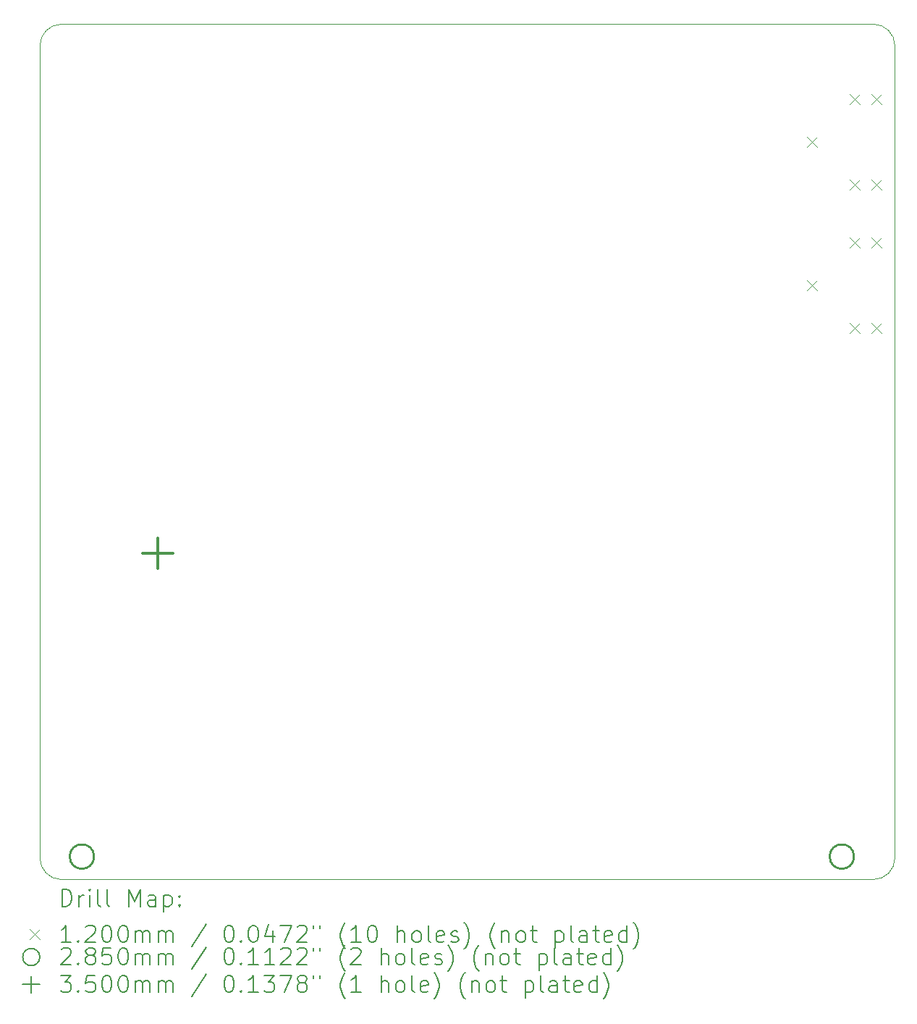
<source format=gbr>
%TF.GenerationSoftware,KiCad,Pcbnew,7.0.8*%
%TF.CreationDate,2024-01-05T15:28:03+00:00*%
%TF.ProjectId,AudioSID,41756469-6f53-4494-942e-6b696361645f,rev?*%
%TF.SameCoordinates,Original*%
%TF.FileFunction,Drillmap*%
%TF.FilePolarity,Positive*%
%FSLAX45Y45*%
G04 Gerber Fmt 4.5, Leading zero omitted, Abs format (unit mm)*
G04 Created by KiCad (PCBNEW 7.0.8) date 2024-01-05 15:28:03*
%MOMM*%
%LPD*%
G01*
G04 APERTURE LIST*
%ADD10C,0.050000*%
%ADD11C,0.200000*%
%ADD12C,0.120000*%
%ADD13C,0.285000*%
%ADD14C,0.350000*%
G04 APERTURE END LIST*
D10*
X20000000Y-11250000D02*
X20000000Y-10750000D01*
X20000000Y-10750000D02*
X20000000Y-5250000D01*
X19750000Y-15000000D02*
X10250000Y-15000000D01*
X10000000Y-14750000D02*
X10000000Y-5250000D01*
X10250000Y-5000000D02*
X19750000Y-5000000D01*
X10000000Y-14750000D02*
G75*
G03*
X10250000Y-15000000I250000J0D01*
G01*
X10250000Y-5000000D02*
G75*
G03*
X10000000Y-5250000I0J-250000D01*
G01*
X20000000Y-14750000D02*
X20000000Y-11250000D01*
X19750000Y-15000000D02*
G75*
G03*
X20000000Y-14750000I0J250000D01*
G01*
X20000000Y-5250000D02*
G75*
G03*
X19750000Y-5000000I-250000J0D01*
G01*
D11*
D12*
X18972600Y-6315400D02*
X19092600Y-6435400D01*
X19092600Y-6315400D02*
X18972600Y-6435400D01*
X18972600Y-7991800D02*
X19092600Y-8111800D01*
X19092600Y-7991800D02*
X18972600Y-8111800D01*
X19472600Y-5815400D02*
X19592600Y-5935400D01*
X19592600Y-5815400D02*
X19472600Y-5935400D01*
X19472600Y-6815400D02*
X19592600Y-6935400D01*
X19592600Y-6815400D02*
X19472600Y-6935400D01*
X19472600Y-7491800D02*
X19592600Y-7611800D01*
X19592600Y-7491800D02*
X19472600Y-7611800D01*
X19472600Y-8491800D02*
X19592600Y-8611800D01*
X19592600Y-8491800D02*
X19472600Y-8611800D01*
X19722600Y-5815400D02*
X19842600Y-5935400D01*
X19842600Y-5815400D02*
X19722600Y-5935400D01*
X19722600Y-6815400D02*
X19842600Y-6935400D01*
X19842600Y-6815400D02*
X19722600Y-6935400D01*
X19722600Y-7491800D02*
X19842600Y-7611800D01*
X19842600Y-7491800D02*
X19722600Y-7611800D01*
X19722600Y-8491800D02*
X19842600Y-8611800D01*
X19842600Y-8491800D02*
X19722600Y-8611800D01*
D13*
X10632700Y-14732000D02*
G75*
G03*
X10632700Y-14732000I-142500J0D01*
G01*
X19522700Y-14732000D02*
G75*
G03*
X19522700Y-14732000I-142500J0D01*
G01*
D14*
X11379200Y-11011400D02*
X11379200Y-11361400D01*
X11204200Y-11186400D02*
X11554200Y-11186400D01*
D11*
X10258277Y-15313984D02*
X10258277Y-15113984D01*
X10258277Y-15113984D02*
X10305896Y-15113984D01*
X10305896Y-15113984D02*
X10334467Y-15123508D01*
X10334467Y-15123508D02*
X10353515Y-15142555D01*
X10353515Y-15142555D02*
X10363039Y-15161603D01*
X10363039Y-15161603D02*
X10372563Y-15199698D01*
X10372563Y-15199698D02*
X10372563Y-15228269D01*
X10372563Y-15228269D02*
X10363039Y-15266365D01*
X10363039Y-15266365D02*
X10353515Y-15285412D01*
X10353515Y-15285412D02*
X10334467Y-15304460D01*
X10334467Y-15304460D02*
X10305896Y-15313984D01*
X10305896Y-15313984D02*
X10258277Y-15313984D01*
X10458277Y-15313984D02*
X10458277Y-15180650D01*
X10458277Y-15218746D02*
X10467801Y-15199698D01*
X10467801Y-15199698D02*
X10477324Y-15190174D01*
X10477324Y-15190174D02*
X10496372Y-15180650D01*
X10496372Y-15180650D02*
X10515420Y-15180650D01*
X10582086Y-15313984D02*
X10582086Y-15180650D01*
X10582086Y-15113984D02*
X10572563Y-15123508D01*
X10572563Y-15123508D02*
X10582086Y-15133031D01*
X10582086Y-15133031D02*
X10591610Y-15123508D01*
X10591610Y-15123508D02*
X10582086Y-15113984D01*
X10582086Y-15113984D02*
X10582086Y-15133031D01*
X10705896Y-15313984D02*
X10686848Y-15304460D01*
X10686848Y-15304460D02*
X10677324Y-15285412D01*
X10677324Y-15285412D02*
X10677324Y-15113984D01*
X10810658Y-15313984D02*
X10791610Y-15304460D01*
X10791610Y-15304460D02*
X10782086Y-15285412D01*
X10782086Y-15285412D02*
X10782086Y-15113984D01*
X11039229Y-15313984D02*
X11039229Y-15113984D01*
X11039229Y-15113984D02*
X11105896Y-15256841D01*
X11105896Y-15256841D02*
X11172563Y-15113984D01*
X11172563Y-15113984D02*
X11172563Y-15313984D01*
X11353515Y-15313984D02*
X11353515Y-15209222D01*
X11353515Y-15209222D02*
X11343991Y-15190174D01*
X11343991Y-15190174D02*
X11324943Y-15180650D01*
X11324943Y-15180650D02*
X11286848Y-15180650D01*
X11286848Y-15180650D02*
X11267801Y-15190174D01*
X11353515Y-15304460D02*
X11334467Y-15313984D01*
X11334467Y-15313984D02*
X11286848Y-15313984D01*
X11286848Y-15313984D02*
X11267801Y-15304460D01*
X11267801Y-15304460D02*
X11258277Y-15285412D01*
X11258277Y-15285412D02*
X11258277Y-15266365D01*
X11258277Y-15266365D02*
X11267801Y-15247317D01*
X11267801Y-15247317D02*
X11286848Y-15237793D01*
X11286848Y-15237793D02*
X11334467Y-15237793D01*
X11334467Y-15237793D02*
X11353515Y-15228269D01*
X11448753Y-15180650D02*
X11448753Y-15380650D01*
X11448753Y-15190174D02*
X11467801Y-15180650D01*
X11467801Y-15180650D02*
X11505896Y-15180650D01*
X11505896Y-15180650D02*
X11524943Y-15190174D01*
X11524943Y-15190174D02*
X11534467Y-15199698D01*
X11534467Y-15199698D02*
X11543991Y-15218746D01*
X11543991Y-15218746D02*
X11543991Y-15275888D01*
X11543991Y-15275888D02*
X11534467Y-15294936D01*
X11534467Y-15294936D02*
X11524943Y-15304460D01*
X11524943Y-15304460D02*
X11505896Y-15313984D01*
X11505896Y-15313984D02*
X11467801Y-15313984D01*
X11467801Y-15313984D02*
X11448753Y-15304460D01*
X11629705Y-15294936D02*
X11639229Y-15304460D01*
X11639229Y-15304460D02*
X11629705Y-15313984D01*
X11629705Y-15313984D02*
X11620182Y-15304460D01*
X11620182Y-15304460D02*
X11629705Y-15294936D01*
X11629705Y-15294936D02*
X11629705Y-15313984D01*
X11629705Y-15190174D02*
X11639229Y-15199698D01*
X11639229Y-15199698D02*
X11629705Y-15209222D01*
X11629705Y-15209222D02*
X11620182Y-15199698D01*
X11620182Y-15199698D02*
X11629705Y-15190174D01*
X11629705Y-15190174D02*
X11629705Y-15209222D01*
D12*
X9877500Y-15582500D02*
X9997500Y-15702500D01*
X9997500Y-15582500D02*
X9877500Y-15702500D01*
D11*
X10363039Y-15733984D02*
X10248753Y-15733984D01*
X10305896Y-15733984D02*
X10305896Y-15533984D01*
X10305896Y-15533984D02*
X10286848Y-15562555D01*
X10286848Y-15562555D02*
X10267801Y-15581603D01*
X10267801Y-15581603D02*
X10248753Y-15591127D01*
X10448753Y-15714936D02*
X10458277Y-15724460D01*
X10458277Y-15724460D02*
X10448753Y-15733984D01*
X10448753Y-15733984D02*
X10439229Y-15724460D01*
X10439229Y-15724460D02*
X10448753Y-15714936D01*
X10448753Y-15714936D02*
X10448753Y-15733984D01*
X10534467Y-15553031D02*
X10543991Y-15543508D01*
X10543991Y-15543508D02*
X10563039Y-15533984D01*
X10563039Y-15533984D02*
X10610658Y-15533984D01*
X10610658Y-15533984D02*
X10629705Y-15543508D01*
X10629705Y-15543508D02*
X10639229Y-15553031D01*
X10639229Y-15553031D02*
X10648753Y-15572079D01*
X10648753Y-15572079D02*
X10648753Y-15591127D01*
X10648753Y-15591127D02*
X10639229Y-15619698D01*
X10639229Y-15619698D02*
X10524944Y-15733984D01*
X10524944Y-15733984D02*
X10648753Y-15733984D01*
X10772563Y-15533984D02*
X10791610Y-15533984D01*
X10791610Y-15533984D02*
X10810658Y-15543508D01*
X10810658Y-15543508D02*
X10820182Y-15553031D01*
X10820182Y-15553031D02*
X10829705Y-15572079D01*
X10829705Y-15572079D02*
X10839229Y-15610174D01*
X10839229Y-15610174D02*
X10839229Y-15657793D01*
X10839229Y-15657793D02*
X10829705Y-15695888D01*
X10829705Y-15695888D02*
X10820182Y-15714936D01*
X10820182Y-15714936D02*
X10810658Y-15724460D01*
X10810658Y-15724460D02*
X10791610Y-15733984D01*
X10791610Y-15733984D02*
X10772563Y-15733984D01*
X10772563Y-15733984D02*
X10753515Y-15724460D01*
X10753515Y-15724460D02*
X10743991Y-15714936D01*
X10743991Y-15714936D02*
X10734467Y-15695888D01*
X10734467Y-15695888D02*
X10724944Y-15657793D01*
X10724944Y-15657793D02*
X10724944Y-15610174D01*
X10724944Y-15610174D02*
X10734467Y-15572079D01*
X10734467Y-15572079D02*
X10743991Y-15553031D01*
X10743991Y-15553031D02*
X10753515Y-15543508D01*
X10753515Y-15543508D02*
X10772563Y-15533984D01*
X10963039Y-15533984D02*
X10982086Y-15533984D01*
X10982086Y-15533984D02*
X11001134Y-15543508D01*
X11001134Y-15543508D02*
X11010658Y-15553031D01*
X11010658Y-15553031D02*
X11020182Y-15572079D01*
X11020182Y-15572079D02*
X11029705Y-15610174D01*
X11029705Y-15610174D02*
X11029705Y-15657793D01*
X11029705Y-15657793D02*
X11020182Y-15695888D01*
X11020182Y-15695888D02*
X11010658Y-15714936D01*
X11010658Y-15714936D02*
X11001134Y-15724460D01*
X11001134Y-15724460D02*
X10982086Y-15733984D01*
X10982086Y-15733984D02*
X10963039Y-15733984D01*
X10963039Y-15733984D02*
X10943991Y-15724460D01*
X10943991Y-15724460D02*
X10934467Y-15714936D01*
X10934467Y-15714936D02*
X10924944Y-15695888D01*
X10924944Y-15695888D02*
X10915420Y-15657793D01*
X10915420Y-15657793D02*
X10915420Y-15610174D01*
X10915420Y-15610174D02*
X10924944Y-15572079D01*
X10924944Y-15572079D02*
X10934467Y-15553031D01*
X10934467Y-15553031D02*
X10943991Y-15543508D01*
X10943991Y-15543508D02*
X10963039Y-15533984D01*
X11115420Y-15733984D02*
X11115420Y-15600650D01*
X11115420Y-15619698D02*
X11124944Y-15610174D01*
X11124944Y-15610174D02*
X11143991Y-15600650D01*
X11143991Y-15600650D02*
X11172563Y-15600650D01*
X11172563Y-15600650D02*
X11191610Y-15610174D01*
X11191610Y-15610174D02*
X11201134Y-15629222D01*
X11201134Y-15629222D02*
X11201134Y-15733984D01*
X11201134Y-15629222D02*
X11210658Y-15610174D01*
X11210658Y-15610174D02*
X11229705Y-15600650D01*
X11229705Y-15600650D02*
X11258277Y-15600650D01*
X11258277Y-15600650D02*
X11277324Y-15610174D01*
X11277324Y-15610174D02*
X11286848Y-15629222D01*
X11286848Y-15629222D02*
X11286848Y-15733984D01*
X11382086Y-15733984D02*
X11382086Y-15600650D01*
X11382086Y-15619698D02*
X11391610Y-15610174D01*
X11391610Y-15610174D02*
X11410658Y-15600650D01*
X11410658Y-15600650D02*
X11439229Y-15600650D01*
X11439229Y-15600650D02*
X11458277Y-15610174D01*
X11458277Y-15610174D02*
X11467801Y-15629222D01*
X11467801Y-15629222D02*
X11467801Y-15733984D01*
X11467801Y-15629222D02*
X11477324Y-15610174D01*
X11477324Y-15610174D02*
X11496372Y-15600650D01*
X11496372Y-15600650D02*
X11524943Y-15600650D01*
X11524943Y-15600650D02*
X11543991Y-15610174D01*
X11543991Y-15610174D02*
X11553515Y-15629222D01*
X11553515Y-15629222D02*
X11553515Y-15733984D01*
X11943991Y-15524460D02*
X11772563Y-15781603D01*
X12201134Y-15533984D02*
X12220182Y-15533984D01*
X12220182Y-15533984D02*
X12239229Y-15543508D01*
X12239229Y-15543508D02*
X12248753Y-15553031D01*
X12248753Y-15553031D02*
X12258277Y-15572079D01*
X12258277Y-15572079D02*
X12267801Y-15610174D01*
X12267801Y-15610174D02*
X12267801Y-15657793D01*
X12267801Y-15657793D02*
X12258277Y-15695888D01*
X12258277Y-15695888D02*
X12248753Y-15714936D01*
X12248753Y-15714936D02*
X12239229Y-15724460D01*
X12239229Y-15724460D02*
X12220182Y-15733984D01*
X12220182Y-15733984D02*
X12201134Y-15733984D01*
X12201134Y-15733984D02*
X12182086Y-15724460D01*
X12182086Y-15724460D02*
X12172563Y-15714936D01*
X12172563Y-15714936D02*
X12163039Y-15695888D01*
X12163039Y-15695888D02*
X12153515Y-15657793D01*
X12153515Y-15657793D02*
X12153515Y-15610174D01*
X12153515Y-15610174D02*
X12163039Y-15572079D01*
X12163039Y-15572079D02*
X12172563Y-15553031D01*
X12172563Y-15553031D02*
X12182086Y-15543508D01*
X12182086Y-15543508D02*
X12201134Y-15533984D01*
X12353515Y-15714936D02*
X12363039Y-15724460D01*
X12363039Y-15724460D02*
X12353515Y-15733984D01*
X12353515Y-15733984D02*
X12343991Y-15724460D01*
X12343991Y-15724460D02*
X12353515Y-15714936D01*
X12353515Y-15714936D02*
X12353515Y-15733984D01*
X12486848Y-15533984D02*
X12505896Y-15533984D01*
X12505896Y-15533984D02*
X12524944Y-15543508D01*
X12524944Y-15543508D02*
X12534467Y-15553031D01*
X12534467Y-15553031D02*
X12543991Y-15572079D01*
X12543991Y-15572079D02*
X12553515Y-15610174D01*
X12553515Y-15610174D02*
X12553515Y-15657793D01*
X12553515Y-15657793D02*
X12543991Y-15695888D01*
X12543991Y-15695888D02*
X12534467Y-15714936D01*
X12534467Y-15714936D02*
X12524944Y-15724460D01*
X12524944Y-15724460D02*
X12505896Y-15733984D01*
X12505896Y-15733984D02*
X12486848Y-15733984D01*
X12486848Y-15733984D02*
X12467801Y-15724460D01*
X12467801Y-15724460D02*
X12458277Y-15714936D01*
X12458277Y-15714936D02*
X12448753Y-15695888D01*
X12448753Y-15695888D02*
X12439229Y-15657793D01*
X12439229Y-15657793D02*
X12439229Y-15610174D01*
X12439229Y-15610174D02*
X12448753Y-15572079D01*
X12448753Y-15572079D02*
X12458277Y-15553031D01*
X12458277Y-15553031D02*
X12467801Y-15543508D01*
X12467801Y-15543508D02*
X12486848Y-15533984D01*
X12724944Y-15600650D02*
X12724944Y-15733984D01*
X12677325Y-15524460D02*
X12629706Y-15667317D01*
X12629706Y-15667317D02*
X12753515Y-15667317D01*
X12810658Y-15533984D02*
X12943991Y-15533984D01*
X12943991Y-15533984D02*
X12858277Y-15733984D01*
X13010658Y-15553031D02*
X13020182Y-15543508D01*
X13020182Y-15543508D02*
X13039229Y-15533984D01*
X13039229Y-15533984D02*
X13086848Y-15533984D01*
X13086848Y-15533984D02*
X13105896Y-15543508D01*
X13105896Y-15543508D02*
X13115420Y-15553031D01*
X13115420Y-15553031D02*
X13124944Y-15572079D01*
X13124944Y-15572079D02*
X13124944Y-15591127D01*
X13124944Y-15591127D02*
X13115420Y-15619698D01*
X13115420Y-15619698D02*
X13001134Y-15733984D01*
X13001134Y-15733984D02*
X13124944Y-15733984D01*
X13201134Y-15533984D02*
X13201134Y-15572079D01*
X13277325Y-15533984D02*
X13277325Y-15572079D01*
X13572563Y-15810174D02*
X13563039Y-15800650D01*
X13563039Y-15800650D02*
X13543991Y-15772079D01*
X13543991Y-15772079D02*
X13534468Y-15753031D01*
X13534468Y-15753031D02*
X13524944Y-15724460D01*
X13524944Y-15724460D02*
X13515420Y-15676841D01*
X13515420Y-15676841D02*
X13515420Y-15638746D01*
X13515420Y-15638746D02*
X13524944Y-15591127D01*
X13524944Y-15591127D02*
X13534468Y-15562555D01*
X13534468Y-15562555D02*
X13543991Y-15543508D01*
X13543991Y-15543508D02*
X13563039Y-15514936D01*
X13563039Y-15514936D02*
X13572563Y-15505412D01*
X13753515Y-15733984D02*
X13639229Y-15733984D01*
X13696372Y-15733984D02*
X13696372Y-15533984D01*
X13696372Y-15533984D02*
X13677325Y-15562555D01*
X13677325Y-15562555D02*
X13658277Y-15581603D01*
X13658277Y-15581603D02*
X13639229Y-15591127D01*
X13877325Y-15533984D02*
X13896372Y-15533984D01*
X13896372Y-15533984D02*
X13915420Y-15543508D01*
X13915420Y-15543508D02*
X13924944Y-15553031D01*
X13924944Y-15553031D02*
X13934468Y-15572079D01*
X13934468Y-15572079D02*
X13943991Y-15610174D01*
X13943991Y-15610174D02*
X13943991Y-15657793D01*
X13943991Y-15657793D02*
X13934468Y-15695888D01*
X13934468Y-15695888D02*
X13924944Y-15714936D01*
X13924944Y-15714936D02*
X13915420Y-15724460D01*
X13915420Y-15724460D02*
X13896372Y-15733984D01*
X13896372Y-15733984D02*
X13877325Y-15733984D01*
X13877325Y-15733984D02*
X13858277Y-15724460D01*
X13858277Y-15724460D02*
X13848753Y-15714936D01*
X13848753Y-15714936D02*
X13839229Y-15695888D01*
X13839229Y-15695888D02*
X13829706Y-15657793D01*
X13829706Y-15657793D02*
X13829706Y-15610174D01*
X13829706Y-15610174D02*
X13839229Y-15572079D01*
X13839229Y-15572079D02*
X13848753Y-15553031D01*
X13848753Y-15553031D02*
X13858277Y-15543508D01*
X13858277Y-15543508D02*
X13877325Y-15533984D01*
X14182087Y-15733984D02*
X14182087Y-15533984D01*
X14267801Y-15733984D02*
X14267801Y-15629222D01*
X14267801Y-15629222D02*
X14258277Y-15610174D01*
X14258277Y-15610174D02*
X14239230Y-15600650D01*
X14239230Y-15600650D02*
X14210658Y-15600650D01*
X14210658Y-15600650D02*
X14191610Y-15610174D01*
X14191610Y-15610174D02*
X14182087Y-15619698D01*
X14391610Y-15733984D02*
X14372563Y-15724460D01*
X14372563Y-15724460D02*
X14363039Y-15714936D01*
X14363039Y-15714936D02*
X14353515Y-15695888D01*
X14353515Y-15695888D02*
X14353515Y-15638746D01*
X14353515Y-15638746D02*
X14363039Y-15619698D01*
X14363039Y-15619698D02*
X14372563Y-15610174D01*
X14372563Y-15610174D02*
X14391610Y-15600650D01*
X14391610Y-15600650D02*
X14420182Y-15600650D01*
X14420182Y-15600650D02*
X14439230Y-15610174D01*
X14439230Y-15610174D02*
X14448753Y-15619698D01*
X14448753Y-15619698D02*
X14458277Y-15638746D01*
X14458277Y-15638746D02*
X14458277Y-15695888D01*
X14458277Y-15695888D02*
X14448753Y-15714936D01*
X14448753Y-15714936D02*
X14439230Y-15724460D01*
X14439230Y-15724460D02*
X14420182Y-15733984D01*
X14420182Y-15733984D02*
X14391610Y-15733984D01*
X14572563Y-15733984D02*
X14553515Y-15724460D01*
X14553515Y-15724460D02*
X14543991Y-15705412D01*
X14543991Y-15705412D02*
X14543991Y-15533984D01*
X14724944Y-15724460D02*
X14705896Y-15733984D01*
X14705896Y-15733984D02*
X14667801Y-15733984D01*
X14667801Y-15733984D02*
X14648753Y-15724460D01*
X14648753Y-15724460D02*
X14639230Y-15705412D01*
X14639230Y-15705412D02*
X14639230Y-15629222D01*
X14639230Y-15629222D02*
X14648753Y-15610174D01*
X14648753Y-15610174D02*
X14667801Y-15600650D01*
X14667801Y-15600650D02*
X14705896Y-15600650D01*
X14705896Y-15600650D02*
X14724944Y-15610174D01*
X14724944Y-15610174D02*
X14734468Y-15629222D01*
X14734468Y-15629222D02*
X14734468Y-15648269D01*
X14734468Y-15648269D02*
X14639230Y-15667317D01*
X14810658Y-15724460D02*
X14829706Y-15733984D01*
X14829706Y-15733984D02*
X14867801Y-15733984D01*
X14867801Y-15733984D02*
X14886849Y-15724460D01*
X14886849Y-15724460D02*
X14896372Y-15705412D01*
X14896372Y-15705412D02*
X14896372Y-15695888D01*
X14896372Y-15695888D02*
X14886849Y-15676841D01*
X14886849Y-15676841D02*
X14867801Y-15667317D01*
X14867801Y-15667317D02*
X14839230Y-15667317D01*
X14839230Y-15667317D02*
X14820182Y-15657793D01*
X14820182Y-15657793D02*
X14810658Y-15638746D01*
X14810658Y-15638746D02*
X14810658Y-15629222D01*
X14810658Y-15629222D02*
X14820182Y-15610174D01*
X14820182Y-15610174D02*
X14839230Y-15600650D01*
X14839230Y-15600650D02*
X14867801Y-15600650D01*
X14867801Y-15600650D02*
X14886849Y-15610174D01*
X14963039Y-15810174D02*
X14972563Y-15800650D01*
X14972563Y-15800650D02*
X14991611Y-15772079D01*
X14991611Y-15772079D02*
X15001134Y-15753031D01*
X15001134Y-15753031D02*
X15010658Y-15724460D01*
X15010658Y-15724460D02*
X15020182Y-15676841D01*
X15020182Y-15676841D02*
X15020182Y-15638746D01*
X15020182Y-15638746D02*
X15010658Y-15591127D01*
X15010658Y-15591127D02*
X15001134Y-15562555D01*
X15001134Y-15562555D02*
X14991611Y-15543508D01*
X14991611Y-15543508D02*
X14972563Y-15514936D01*
X14972563Y-15514936D02*
X14963039Y-15505412D01*
X15324944Y-15810174D02*
X15315420Y-15800650D01*
X15315420Y-15800650D02*
X15296372Y-15772079D01*
X15296372Y-15772079D02*
X15286849Y-15753031D01*
X15286849Y-15753031D02*
X15277325Y-15724460D01*
X15277325Y-15724460D02*
X15267801Y-15676841D01*
X15267801Y-15676841D02*
X15267801Y-15638746D01*
X15267801Y-15638746D02*
X15277325Y-15591127D01*
X15277325Y-15591127D02*
X15286849Y-15562555D01*
X15286849Y-15562555D02*
X15296372Y-15543508D01*
X15296372Y-15543508D02*
X15315420Y-15514936D01*
X15315420Y-15514936D02*
X15324944Y-15505412D01*
X15401134Y-15600650D02*
X15401134Y-15733984D01*
X15401134Y-15619698D02*
X15410658Y-15610174D01*
X15410658Y-15610174D02*
X15429706Y-15600650D01*
X15429706Y-15600650D02*
X15458277Y-15600650D01*
X15458277Y-15600650D02*
X15477325Y-15610174D01*
X15477325Y-15610174D02*
X15486849Y-15629222D01*
X15486849Y-15629222D02*
X15486849Y-15733984D01*
X15610658Y-15733984D02*
X15591611Y-15724460D01*
X15591611Y-15724460D02*
X15582087Y-15714936D01*
X15582087Y-15714936D02*
X15572563Y-15695888D01*
X15572563Y-15695888D02*
X15572563Y-15638746D01*
X15572563Y-15638746D02*
X15582087Y-15619698D01*
X15582087Y-15619698D02*
X15591611Y-15610174D01*
X15591611Y-15610174D02*
X15610658Y-15600650D01*
X15610658Y-15600650D02*
X15639230Y-15600650D01*
X15639230Y-15600650D02*
X15658277Y-15610174D01*
X15658277Y-15610174D02*
X15667801Y-15619698D01*
X15667801Y-15619698D02*
X15677325Y-15638746D01*
X15677325Y-15638746D02*
X15677325Y-15695888D01*
X15677325Y-15695888D02*
X15667801Y-15714936D01*
X15667801Y-15714936D02*
X15658277Y-15724460D01*
X15658277Y-15724460D02*
X15639230Y-15733984D01*
X15639230Y-15733984D02*
X15610658Y-15733984D01*
X15734468Y-15600650D02*
X15810658Y-15600650D01*
X15763039Y-15533984D02*
X15763039Y-15705412D01*
X15763039Y-15705412D02*
X15772563Y-15724460D01*
X15772563Y-15724460D02*
X15791611Y-15733984D01*
X15791611Y-15733984D02*
X15810658Y-15733984D01*
X16029706Y-15600650D02*
X16029706Y-15800650D01*
X16029706Y-15610174D02*
X16048753Y-15600650D01*
X16048753Y-15600650D02*
X16086849Y-15600650D01*
X16086849Y-15600650D02*
X16105896Y-15610174D01*
X16105896Y-15610174D02*
X16115420Y-15619698D01*
X16115420Y-15619698D02*
X16124944Y-15638746D01*
X16124944Y-15638746D02*
X16124944Y-15695888D01*
X16124944Y-15695888D02*
X16115420Y-15714936D01*
X16115420Y-15714936D02*
X16105896Y-15724460D01*
X16105896Y-15724460D02*
X16086849Y-15733984D01*
X16086849Y-15733984D02*
X16048753Y-15733984D01*
X16048753Y-15733984D02*
X16029706Y-15724460D01*
X16239230Y-15733984D02*
X16220182Y-15724460D01*
X16220182Y-15724460D02*
X16210658Y-15705412D01*
X16210658Y-15705412D02*
X16210658Y-15533984D01*
X16401134Y-15733984D02*
X16401134Y-15629222D01*
X16401134Y-15629222D02*
X16391611Y-15610174D01*
X16391611Y-15610174D02*
X16372563Y-15600650D01*
X16372563Y-15600650D02*
X16334468Y-15600650D01*
X16334468Y-15600650D02*
X16315420Y-15610174D01*
X16401134Y-15724460D02*
X16382087Y-15733984D01*
X16382087Y-15733984D02*
X16334468Y-15733984D01*
X16334468Y-15733984D02*
X16315420Y-15724460D01*
X16315420Y-15724460D02*
X16305896Y-15705412D01*
X16305896Y-15705412D02*
X16305896Y-15686365D01*
X16305896Y-15686365D02*
X16315420Y-15667317D01*
X16315420Y-15667317D02*
X16334468Y-15657793D01*
X16334468Y-15657793D02*
X16382087Y-15657793D01*
X16382087Y-15657793D02*
X16401134Y-15648269D01*
X16467801Y-15600650D02*
X16543992Y-15600650D01*
X16496373Y-15533984D02*
X16496373Y-15705412D01*
X16496373Y-15705412D02*
X16505896Y-15724460D01*
X16505896Y-15724460D02*
X16524944Y-15733984D01*
X16524944Y-15733984D02*
X16543992Y-15733984D01*
X16686849Y-15724460D02*
X16667801Y-15733984D01*
X16667801Y-15733984D02*
X16629706Y-15733984D01*
X16629706Y-15733984D02*
X16610658Y-15724460D01*
X16610658Y-15724460D02*
X16601134Y-15705412D01*
X16601134Y-15705412D02*
X16601134Y-15629222D01*
X16601134Y-15629222D02*
X16610658Y-15610174D01*
X16610658Y-15610174D02*
X16629706Y-15600650D01*
X16629706Y-15600650D02*
X16667801Y-15600650D01*
X16667801Y-15600650D02*
X16686849Y-15610174D01*
X16686849Y-15610174D02*
X16696373Y-15629222D01*
X16696373Y-15629222D02*
X16696373Y-15648269D01*
X16696373Y-15648269D02*
X16601134Y-15667317D01*
X16867801Y-15733984D02*
X16867801Y-15533984D01*
X16867801Y-15724460D02*
X16848754Y-15733984D01*
X16848754Y-15733984D02*
X16810658Y-15733984D01*
X16810658Y-15733984D02*
X16791611Y-15724460D01*
X16791611Y-15724460D02*
X16782087Y-15714936D01*
X16782087Y-15714936D02*
X16772563Y-15695888D01*
X16772563Y-15695888D02*
X16772563Y-15638746D01*
X16772563Y-15638746D02*
X16782087Y-15619698D01*
X16782087Y-15619698D02*
X16791611Y-15610174D01*
X16791611Y-15610174D02*
X16810658Y-15600650D01*
X16810658Y-15600650D02*
X16848754Y-15600650D01*
X16848754Y-15600650D02*
X16867801Y-15610174D01*
X16943992Y-15810174D02*
X16953516Y-15800650D01*
X16953516Y-15800650D02*
X16972563Y-15772079D01*
X16972563Y-15772079D02*
X16982087Y-15753031D01*
X16982087Y-15753031D02*
X16991611Y-15724460D01*
X16991611Y-15724460D02*
X17001135Y-15676841D01*
X17001135Y-15676841D02*
X17001135Y-15638746D01*
X17001135Y-15638746D02*
X16991611Y-15591127D01*
X16991611Y-15591127D02*
X16982087Y-15562555D01*
X16982087Y-15562555D02*
X16972563Y-15543508D01*
X16972563Y-15543508D02*
X16953516Y-15514936D01*
X16953516Y-15514936D02*
X16943992Y-15505412D01*
X9997500Y-15906500D02*
G75*
G03*
X9997500Y-15906500I-100000J0D01*
G01*
X10248753Y-15817031D02*
X10258277Y-15807508D01*
X10258277Y-15807508D02*
X10277324Y-15797984D01*
X10277324Y-15797984D02*
X10324944Y-15797984D01*
X10324944Y-15797984D02*
X10343991Y-15807508D01*
X10343991Y-15807508D02*
X10353515Y-15817031D01*
X10353515Y-15817031D02*
X10363039Y-15836079D01*
X10363039Y-15836079D02*
X10363039Y-15855127D01*
X10363039Y-15855127D02*
X10353515Y-15883698D01*
X10353515Y-15883698D02*
X10239229Y-15997984D01*
X10239229Y-15997984D02*
X10363039Y-15997984D01*
X10448753Y-15978936D02*
X10458277Y-15988460D01*
X10458277Y-15988460D02*
X10448753Y-15997984D01*
X10448753Y-15997984D02*
X10439229Y-15988460D01*
X10439229Y-15988460D02*
X10448753Y-15978936D01*
X10448753Y-15978936D02*
X10448753Y-15997984D01*
X10572563Y-15883698D02*
X10553515Y-15874174D01*
X10553515Y-15874174D02*
X10543991Y-15864650D01*
X10543991Y-15864650D02*
X10534467Y-15845603D01*
X10534467Y-15845603D02*
X10534467Y-15836079D01*
X10534467Y-15836079D02*
X10543991Y-15817031D01*
X10543991Y-15817031D02*
X10553515Y-15807508D01*
X10553515Y-15807508D02*
X10572563Y-15797984D01*
X10572563Y-15797984D02*
X10610658Y-15797984D01*
X10610658Y-15797984D02*
X10629705Y-15807508D01*
X10629705Y-15807508D02*
X10639229Y-15817031D01*
X10639229Y-15817031D02*
X10648753Y-15836079D01*
X10648753Y-15836079D02*
X10648753Y-15845603D01*
X10648753Y-15845603D02*
X10639229Y-15864650D01*
X10639229Y-15864650D02*
X10629705Y-15874174D01*
X10629705Y-15874174D02*
X10610658Y-15883698D01*
X10610658Y-15883698D02*
X10572563Y-15883698D01*
X10572563Y-15883698D02*
X10553515Y-15893222D01*
X10553515Y-15893222D02*
X10543991Y-15902746D01*
X10543991Y-15902746D02*
X10534467Y-15921793D01*
X10534467Y-15921793D02*
X10534467Y-15959888D01*
X10534467Y-15959888D02*
X10543991Y-15978936D01*
X10543991Y-15978936D02*
X10553515Y-15988460D01*
X10553515Y-15988460D02*
X10572563Y-15997984D01*
X10572563Y-15997984D02*
X10610658Y-15997984D01*
X10610658Y-15997984D02*
X10629705Y-15988460D01*
X10629705Y-15988460D02*
X10639229Y-15978936D01*
X10639229Y-15978936D02*
X10648753Y-15959888D01*
X10648753Y-15959888D02*
X10648753Y-15921793D01*
X10648753Y-15921793D02*
X10639229Y-15902746D01*
X10639229Y-15902746D02*
X10629705Y-15893222D01*
X10629705Y-15893222D02*
X10610658Y-15883698D01*
X10829705Y-15797984D02*
X10734467Y-15797984D01*
X10734467Y-15797984D02*
X10724944Y-15893222D01*
X10724944Y-15893222D02*
X10734467Y-15883698D01*
X10734467Y-15883698D02*
X10753515Y-15874174D01*
X10753515Y-15874174D02*
X10801134Y-15874174D01*
X10801134Y-15874174D02*
X10820182Y-15883698D01*
X10820182Y-15883698D02*
X10829705Y-15893222D01*
X10829705Y-15893222D02*
X10839229Y-15912269D01*
X10839229Y-15912269D02*
X10839229Y-15959888D01*
X10839229Y-15959888D02*
X10829705Y-15978936D01*
X10829705Y-15978936D02*
X10820182Y-15988460D01*
X10820182Y-15988460D02*
X10801134Y-15997984D01*
X10801134Y-15997984D02*
X10753515Y-15997984D01*
X10753515Y-15997984D02*
X10734467Y-15988460D01*
X10734467Y-15988460D02*
X10724944Y-15978936D01*
X10963039Y-15797984D02*
X10982086Y-15797984D01*
X10982086Y-15797984D02*
X11001134Y-15807508D01*
X11001134Y-15807508D02*
X11010658Y-15817031D01*
X11010658Y-15817031D02*
X11020182Y-15836079D01*
X11020182Y-15836079D02*
X11029705Y-15874174D01*
X11029705Y-15874174D02*
X11029705Y-15921793D01*
X11029705Y-15921793D02*
X11020182Y-15959888D01*
X11020182Y-15959888D02*
X11010658Y-15978936D01*
X11010658Y-15978936D02*
X11001134Y-15988460D01*
X11001134Y-15988460D02*
X10982086Y-15997984D01*
X10982086Y-15997984D02*
X10963039Y-15997984D01*
X10963039Y-15997984D02*
X10943991Y-15988460D01*
X10943991Y-15988460D02*
X10934467Y-15978936D01*
X10934467Y-15978936D02*
X10924944Y-15959888D01*
X10924944Y-15959888D02*
X10915420Y-15921793D01*
X10915420Y-15921793D02*
X10915420Y-15874174D01*
X10915420Y-15874174D02*
X10924944Y-15836079D01*
X10924944Y-15836079D02*
X10934467Y-15817031D01*
X10934467Y-15817031D02*
X10943991Y-15807508D01*
X10943991Y-15807508D02*
X10963039Y-15797984D01*
X11115420Y-15997984D02*
X11115420Y-15864650D01*
X11115420Y-15883698D02*
X11124944Y-15874174D01*
X11124944Y-15874174D02*
X11143991Y-15864650D01*
X11143991Y-15864650D02*
X11172563Y-15864650D01*
X11172563Y-15864650D02*
X11191610Y-15874174D01*
X11191610Y-15874174D02*
X11201134Y-15893222D01*
X11201134Y-15893222D02*
X11201134Y-15997984D01*
X11201134Y-15893222D02*
X11210658Y-15874174D01*
X11210658Y-15874174D02*
X11229705Y-15864650D01*
X11229705Y-15864650D02*
X11258277Y-15864650D01*
X11258277Y-15864650D02*
X11277324Y-15874174D01*
X11277324Y-15874174D02*
X11286848Y-15893222D01*
X11286848Y-15893222D02*
X11286848Y-15997984D01*
X11382086Y-15997984D02*
X11382086Y-15864650D01*
X11382086Y-15883698D02*
X11391610Y-15874174D01*
X11391610Y-15874174D02*
X11410658Y-15864650D01*
X11410658Y-15864650D02*
X11439229Y-15864650D01*
X11439229Y-15864650D02*
X11458277Y-15874174D01*
X11458277Y-15874174D02*
X11467801Y-15893222D01*
X11467801Y-15893222D02*
X11467801Y-15997984D01*
X11467801Y-15893222D02*
X11477324Y-15874174D01*
X11477324Y-15874174D02*
X11496372Y-15864650D01*
X11496372Y-15864650D02*
X11524943Y-15864650D01*
X11524943Y-15864650D02*
X11543991Y-15874174D01*
X11543991Y-15874174D02*
X11553515Y-15893222D01*
X11553515Y-15893222D02*
X11553515Y-15997984D01*
X11943991Y-15788460D02*
X11772563Y-16045603D01*
X12201134Y-15797984D02*
X12220182Y-15797984D01*
X12220182Y-15797984D02*
X12239229Y-15807508D01*
X12239229Y-15807508D02*
X12248753Y-15817031D01*
X12248753Y-15817031D02*
X12258277Y-15836079D01*
X12258277Y-15836079D02*
X12267801Y-15874174D01*
X12267801Y-15874174D02*
X12267801Y-15921793D01*
X12267801Y-15921793D02*
X12258277Y-15959888D01*
X12258277Y-15959888D02*
X12248753Y-15978936D01*
X12248753Y-15978936D02*
X12239229Y-15988460D01*
X12239229Y-15988460D02*
X12220182Y-15997984D01*
X12220182Y-15997984D02*
X12201134Y-15997984D01*
X12201134Y-15997984D02*
X12182086Y-15988460D01*
X12182086Y-15988460D02*
X12172563Y-15978936D01*
X12172563Y-15978936D02*
X12163039Y-15959888D01*
X12163039Y-15959888D02*
X12153515Y-15921793D01*
X12153515Y-15921793D02*
X12153515Y-15874174D01*
X12153515Y-15874174D02*
X12163039Y-15836079D01*
X12163039Y-15836079D02*
X12172563Y-15817031D01*
X12172563Y-15817031D02*
X12182086Y-15807508D01*
X12182086Y-15807508D02*
X12201134Y-15797984D01*
X12353515Y-15978936D02*
X12363039Y-15988460D01*
X12363039Y-15988460D02*
X12353515Y-15997984D01*
X12353515Y-15997984D02*
X12343991Y-15988460D01*
X12343991Y-15988460D02*
X12353515Y-15978936D01*
X12353515Y-15978936D02*
X12353515Y-15997984D01*
X12553515Y-15997984D02*
X12439229Y-15997984D01*
X12496372Y-15997984D02*
X12496372Y-15797984D01*
X12496372Y-15797984D02*
X12477325Y-15826555D01*
X12477325Y-15826555D02*
X12458277Y-15845603D01*
X12458277Y-15845603D02*
X12439229Y-15855127D01*
X12743991Y-15997984D02*
X12629706Y-15997984D01*
X12686848Y-15997984D02*
X12686848Y-15797984D01*
X12686848Y-15797984D02*
X12667801Y-15826555D01*
X12667801Y-15826555D02*
X12648753Y-15845603D01*
X12648753Y-15845603D02*
X12629706Y-15855127D01*
X12820182Y-15817031D02*
X12829706Y-15807508D01*
X12829706Y-15807508D02*
X12848753Y-15797984D01*
X12848753Y-15797984D02*
X12896372Y-15797984D01*
X12896372Y-15797984D02*
X12915420Y-15807508D01*
X12915420Y-15807508D02*
X12924944Y-15817031D01*
X12924944Y-15817031D02*
X12934467Y-15836079D01*
X12934467Y-15836079D02*
X12934467Y-15855127D01*
X12934467Y-15855127D02*
X12924944Y-15883698D01*
X12924944Y-15883698D02*
X12810658Y-15997984D01*
X12810658Y-15997984D02*
X12934467Y-15997984D01*
X13010658Y-15817031D02*
X13020182Y-15807508D01*
X13020182Y-15807508D02*
X13039229Y-15797984D01*
X13039229Y-15797984D02*
X13086848Y-15797984D01*
X13086848Y-15797984D02*
X13105896Y-15807508D01*
X13105896Y-15807508D02*
X13115420Y-15817031D01*
X13115420Y-15817031D02*
X13124944Y-15836079D01*
X13124944Y-15836079D02*
X13124944Y-15855127D01*
X13124944Y-15855127D02*
X13115420Y-15883698D01*
X13115420Y-15883698D02*
X13001134Y-15997984D01*
X13001134Y-15997984D02*
X13124944Y-15997984D01*
X13201134Y-15797984D02*
X13201134Y-15836079D01*
X13277325Y-15797984D02*
X13277325Y-15836079D01*
X13572563Y-16074174D02*
X13563039Y-16064650D01*
X13563039Y-16064650D02*
X13543991Y-16036079D01*
X13543991Y-16036079D02*
X13534468Y-16017031D01*
X13534468Y-16017031D02*
X13524944Y-15988460D01*
X13524944Y-15988460D02*
X13515420Y-15940841D01*
X13515420Y-15940841D02*
X13515420Y-15902746D01*
X13515420Y-15902746D02*
X13524944Y-15855127D01*
X13524944Y-15855127D02*
X13534468Y-15826555D01*
X13534468Y-15826555D02*
X13543991Y-15807508D01*
X13543991Y-15807508D02*
X13563039Y-15778936D01*
X13563039Y-15778936D02*
X13572563Y-15769412D01*
X13639229Y-15817031D02*
X13648753Y-15807508D01*
X13648753Y-15807508D02*
X13667801Y-15797984D01*
X13667801Y-15797984D02*
X13715420Y-15797984D01*
X13715420Y-15797984D02*
X13734468Y-15807508D01*
X13734468Y-15807508D02*
X13743991Y-15817031D01*
X13743991Y-15817031D02*
X13753515Y-15836079D01*
X13753515Y-15836079D02*
X13753515Y-15855127D01*
X13753515Y-15855127D02*
X13743991Y-15883698D01*
X13743991Y-15883698D02*
X13629706Y-15997984D01*
X13629706Y-15997984D02*
X13753515Y-15997984D01*
X13991610Y-15997984D02*
X13991610Y-15797984D01*
X14077325Y-15997984D02*
X14077325Y-15893222D01*
X14077325Y-15893222D02*
X14067801Y-15874174D01*
X14067801Y-15874174D02*
X14048753Y-15864650D01*
X14048753Y-15864650D02*
X14020182Y-15864650D01*
X14020182Y-15864650D02*
X14001134Y-15874174D01*
X14001134Y-15874174D02*
X13991610Y-15883698D01*
X14201134Y-15997984D02*
X14182087Y-15988460D01*
X14182087Y-15988460D02*
X14172563Y-15978936D01*
X14172563Y-15978936D02*
X14163039Y-15959888D01*
X14163039Y-15959888D02*
X14163039Y-15902746D01*
X14163039Y-15902746D02*
X14172563Y-15883698D01*
X14172563Y-15883698D02*
X14182087Y-15874174D01*
X14182087Y-15874174D02*
X14201134Y-15864650D01*
X14201134Y-15864650D02*
X14229706Y-15864650D01*
X14229706Y-15864650D02*
X14248753Y-15874174D01*
X14248753Y-15874174D02*
X14258277Y-15883698D01*
X14258277Y-15883698D02*
X14267801Y-15902746D01*
X14267801Y-15902746D02*
X14267801Y-15959888D01*
X14267801Y-15959888D02*
X14258277Y-15978936D01*
X14258277Y-15978936D02*
X14248753Y-15988460D01*
X14248753Y-15988460D02*
X14229706Y-15997984D01*
X14229706Y-15997984D02*
X14201134Y-15997984D01*
X14382087Y-15997984D02*
X14363039Y-15988460D01*
X14363039Y-15988460D02*
X14353515Y-15969412D01*
X14353515Y-15969412D02*
X14353515Y-15797984D01*
X14534468Y-15988460D02*
X14515420Y-15997984D01*
X14515420Y-15997984D02*
X14477325Y-15997984D01*
X14477325Y-15997984D02*
X14458277Y-15988460D01*
X14458277Y-15988460D02*
X14448753Y-15969412D01*
X14448753Y-15969412D02*
X14448753Y-15893222D01*
X14448753Y-15893222D02*
X14458277Y-15874174D01*
X14458277Y-15874174D02*
X14477325Y-15864650D01*
X14477325Y-15864650D02*
X14515420Y-15864650D01*
X14515420Y-15864650D02*
X14534468Y-15874174D01*
X14534468Y-15874174D02*
X14543991Y-15893222D01*
X14543991Y-15893222D02*
X14543991Y-15912269D01*
X14543991Y-15912269D02*
X14448753Y-15931317D01*
X14620182Y-15988460D02*
X14639230Y-15997984D01*
X14639230Y-15997984D02*
X14677325Y-15997984D01*
X14677325Y-15997984D02*
X14696372Y-15988460D01*
X14696372Y-15988460D02*
X14705896Y-15969412D01*
X14705896Y-15969412D02*
X14705896Y-15959888D01*
X14705896Y-15959888D02*
X14696372Y-15940841D01*
X14696372Y-15940841D02*
X14677325Y-15931317D01*
X14677325Y-15931317D02*
X14648753Y-15931317D01*
X14648753Y-15931317D02*
X14629706Y-15921793D01*
X14629706Y-15921793D02*
X14620182Y-15902746D01*
X14620182Y-15902746D02*
X14620182Y-15893222D01*
X14620182Y-15893222D02*
X14629706Y-15874174D01*
X14629706Y-15874174D02*
X14648753Y-15864650D01*
X14648753Y-15864650D02*
X14677325Y-15864650D01*
X14677325Y-15864650D02*
X14696372Y-15874174D01*
X14772563Y-16074174D02*
X14782087Y-16064650D01*
X14782087Y-16064650D02*
X14801134Y-16036079D01*
X14801134Y-16036079D02*
X14810658Y-16017031D01*
X14810658Y-16017031D02*
X14820182Y-15988460D01*
X14820182Y-15988460D02*
X14829706Y-15940841D01*
X14829706Y-15940841D02*
X14829706Y-15902746D01*
X14829706Y-15902746D02*
X14820182Y-15855127D01*
X14820182Y-15855127D02*
X14810658Y-15826555D01*
X14810658Y-15826555D02*
X14801134Y-15807508D01*
X14801134Y-15807508D02*
X14782087Y-15778936D01*
X14782087Y-15778936D02*
X14772563Y-15769412D01*
X15134468Y-16074174D02*
X15124944Y-16064650D01*
X15124944Y-16064650D02*
X15105896Y-16036079D01*
X15105896Y-16036079D02*
X15096372Y-16017031D01*
X15096372Y-16017031D02*
X15086849Y-15988460D01*
X15086849Y-15988460D02*
X15077325Y-15940841D01*
X15077325Y-15940841D02*
X15077325Y-15902746D01*
X15077325Y-15902746D02*
X15086849Y-15855127D01*
X15086849Y-15855127D02*
X15096372Y-15826555D01*
X15096372Y-15826555D02*
X15105896Y-15807508D01*
X15105896Y-15807508D02*
X15124944Y-15778936D01*
X15124944Y-15778936D02*
X15134468Y-15769412D01*
X15210658Y-15864650D02*
X15210658Y-15997984D01*
X15210658Y-15883698D02*
X15220182Y-15874174D01*
X15220182Y-15874174D02*
X15239230Y-15864650D01*
X15239230Y-15864650D02*
X15267801Y-15864650D01*
X15267801Y-15864650D02*
X15286849Y-15874174D01*
X15286849Y-15874174D02*
X15296372Y-15893222D01*
X15296372Y-15893222D02*
X15296372Y-15997984D01*
X15420182Y-15997984D02*
X15401134Y-15988460D01*
X15401134Y-15988460D02*
X15391611Y-15978936D01*
X15391611Y-15978936D02*
X15382087Y-15959888D01*
X15382087Y-15959888D02*
X15382087Y-15902746D01*
X15382087Y-15902746D02*
X15391611Y-15883698D01*
X15391611Y-15883698D02*
X15401134Y-15874174D01*
X15401134Y-15874174D02*
X15420182Y-15864650D01*
X15420182Y-15864650D02*
X15448753Y-15864650D01*
X15448753Y-15864650D02*
X15467801Y-15874174D01*
X15467801Y-15874174D02*
X15477325Y-15883698D01*
X15477325Y-15883698D02*
X15486849Y-15902746D01*
X15486849Y-15902746D02*
X15486849Y-15959888D01*
X15486849Y-15959888D02*
X15477325Y-15978936D01*
X15477325Y-15978936D02*
X15467801Y-15988460D01*
X15467801Y-15988460D02*
X15448753Y-15997984D01*
X15448753Y-15997984D02*
X15420182Y-15997984D01*
X15543992Y-15864650D02*
X15620182Y-15864650D01*
X15572563Y-15797984D02*
X15572563Y-15969412D01*
X15572563Y-15969412D02*
X15582087Y-15988460D01*
X15582087Y-15988460D02*
X15601134Y-15997984D01*
X15601134Y-15997984D02*
X15620182Y-15997984D01*
X15839230Y-15864650D02*
X15839230Y-16064650D01*
X15839230Y-15874174D02*
X15858277Y-15864650D01*
X15858277Y-15864650D02*
X15896373Y-15864650D01*
X15896373Y-15864650D02*
X15915420Y-15874174D01*
X15915420Y-15874174D02*
X15924944Y-15883698D01*
X15924944Y-15883698D02*
X15934468Y-15902746D01*
X15934468Y-15902746D02*
X15934468Y-15959888D01*
X15934468Y-15959888D02*
X15924944Y-15978936D01*
X15924944Y-15978936D02*
X15915420Y-15988460D01*
X15915420Y-15988460D02*
X15896373Y-15997984D01*
X15896373Y-15997984D02*
X15858277Y-15997984D01*
X15858277Y-15997984D02*
X15839230Y-15988460D01*
X16048753Y-15997984D02*
X16029706Y-15988460D01*
X16029706Y-15988460D02*
X16020182Y-15969412D01*
X16020182Y-15969412D02*
X16020182Y-15797984D01*
X16210658Y-15997984D02*
X16210658Y-15893222D01*
X16210658Y-15893222D02*
X16201134Y-15874174D01*
X16201134Y-15874174D02*
X16182087Y-15864650D01*
X16182087Y-15864650D02*
X16143992Y-15864650D01*
X16143992Y-15864650D02*
X16124944Y-15874174D01*
X16210658Y-15988460D02*
X16191611Y-15997984D01*
X16191611Y-15997984D02*
X16143992Y-15997984D01*
X16143992Y-15997984D02*
X16124944Y-15988460D01*
X16124944Y-15988460D02*
X16115420Y-15969412D01*
X16115420Y-15969412D02*
X16115420Y-15950365D01*
X16115420Y-15950365D02*
X16124944Y-15931317D01*
X16124944Y-15931317D02*
X16143992Y-15921793D01*
X16143992Y-15921793D02*
X16191611Y-15921793D01*
X16191611Y-15921793D02*
X16210658Y-15912269D01*
X16277325Y-15864650D02*
X16353515Y-15864650D01*
X16305896Y-15797984D02*
X16305896Y-15969412D01*
X16305896Y-15969412D02*
X16315420Y-15988460D01*
X16315420Y-15988460D02*
X16334468Y-15997984D01*
X16334468Y-15997984D02*
X16353515Y-15997984D01*
X16496373Y-15988460D02*
X16477325Y-15997984D01*
X16477325Y-15997984D02*
X16439230Y-15997984D01*
X16439230Y-15997984D02*
X16420182Y-15988460D01*
X16420182Y-15988460D02*
X16410658Y-15969412D01*
X16410658Y-15969412D02*
X16410658Y-15893222D01*
X16410658Y-15893222D02*
X16420182Y-15874174D01*
X16420182Y-15874174D02*
X16439230Y-15864650D01*
X16439230Y-15864650D02*
X16477325Y-15864650D01*
X16477325Y-15864650D02*
X16496373Y-15874174D01*
X16496373Y-15874174D02*
X16505896Y-15893222D01*
X16505896Y-15893222D02*
X16505896Y-15912269D01*
X16505896Y-15912269D02*
X16410658Y-15931317D01*
X16677325Y-15997984D02*
X16677325Y-15797984D01*
X16677325Y-15988460D02*
X16658277Y-15997984D01*
X16658277Y-15997984D02*
X16620182Y-15997984D01*
X16620182Y-15997984D02*
X16601134Y-15988460D01*
X16601134Y-15988460D02*
X16591611Y-15978936D01*
X16591611Y-15978936D02*
X16582087Y-15959888D01*
X16582087Y-15959888D02*
X16582087Y-15902746D01*
X16582087Y-15902746D02*
X16591611Y-15883698D01*
X16591611Y-15883698D02*
X16601134Y-15874174D01*
X16601134Y-15874174D02*
X16620182Y-15864650D01*
X16620182Y-15864650D02*
X16658277Y-15864650D01*
X16658277Y-15864650D02*
X16677325Y-15874174D01*
X16753515Y-16074174D02*
X16763039Y-16064650D01*
X16763039Y-16064650D02*
X16782087Y-16036079D01*
X16782087Y-16036079D02*
X16791611Y-16017031D01*
X16791611Y-16017031D02*
X16801135Y-15988460D01*
X16801135Y-15988460D02*
X16810658Y-15940841D01*
X16810658Y-15940841D02*
X16810658Y-15902746D01*
X16810658Y-15902746D02*
X16801135Y-15855127D01*
X16801135Y-15855127D02*
X16791611Y-15826555D01*
X16791611Y-15826555D02*
X16782087Y-15807508D01*
X16782087Y-15807508D02*
X16763039Y-15778936D01*
X16763039Y-15778936D02*
X16753515Y-15769412D01*
X9897500Y-16126500D02*
X9897500Y-16326500D01*
X9797500Y-16226500D02*
X9997500Y-16226500D01*
X10239229Y-16117984D02*
X10363039Y-16117984D01*
X10363039Y-16117984D02*
X10296372Y-16194174D01*
X10296372Y-16194174D02*
X10324944Y-16194174D01*
X10324944Y-16194174D02*
X10343991Y-16203698D01*
X10343991Y-16203698D02*
X10353515Y-16213222D01*
X10353515Y-16213222D02*
X10363039Y-16232269D01*
X10363039Y-16232269D02*
X10363039Y-16279888D01*
X10363039Y-16279888D02*
X10353515Y-16298936D01*
X10353515Y-16298936D02*
X10343991Y-16308460D01*
X10343991Y-16308460D02*
X10324944Y-16317984D01*
X10324944Y-16317984D02*
X10267801Y-16317984D01*
X10267801Y-16317984D02*
X10248753Y-16308460D01*
X10248753Y-16308460D02*
X10239229Y-16298936D01*
X10448753Y-16298936D02*
X10458277Y-16308460D01*
X10458277Y-16308460D02*
X10448753Y-16317984D01*
X10448753Y-16317984D02*
X10439229Y-16308460D01*
X10439229Y-16308460D02*
X10448753Y-16298936D01*
X10448753Y-16298936D02*
X10448753Y-16317984D01*
X10639229Y-16117984D02*
X10543991Y-16117984D01*
X10543991Y-16117984D02*
X10534467Y-16213222D01*
X10534467Y-16213222D02*
X10543991Y-16203698D01*
X10543991Y-16203698D02*
X10563039Y-16194174D01*
X10563039Y-16194174D02*
X10610658Y-16194174D01*
X10610658Y-16194174D02*
X10629705Y-16203698D01*
X10629705Y-16203698D02*
X10639229Y-16213222D01*
X10639229Y-16213222D02*
X10648753Y-16232269D01*
X10648753Y-16232269D02*
X10648753Y-16279888D01*
X10648753Y-16279888D02*
X10639229Y-16298936D01*
X10639229Y-16298936D02*
X10629705Y-16308460D01*
X10629705Y-16308460D02*
X10610658Y-16317984D01*
X10610658Y-16317984D02*
X10563039Y-16317984D01*
X10563039Y-16317984D02*
X10543991Y-16308460D01*
X10543991Y-16308460D02*
X10534467Y-16298936D01*
X10772563Y-16117984D02*
X10791610Y-16117984D01*
X10791610Y-16117984D02*
X10810658Y-16127508D01*
X10810658Y-16127508D02*
X10820182Y-16137031D01*
X10820182Y-16137031D02*
X10829705Y-16156079D01*
X10829705Y-16156079D02*
X10839229Y-16194174D01*
X10839229Y-16194174D02*
X10839229Y-16241793D01*
X10839229Y-16241793D02*
X10829705Y-16279888D01*
X10829705Y-16279888D02*
X10820182Y-16298936D01*
X10820182Y-16298936D02*
X10810658Y-16308460D01*
X10810658Y-16308460D02*
X10791610Y-16317984D01*
X10791610Y-16317984D02*
X10772563Y-16317984D01*
X10772563Y-16317984D02*
X10753515Y-16308460D01*
X10753515Y-16308460D02*
X10743991Y-16298936D01*
X10743991Y-16298936D02*
X10734467Y-16279888D01*
X10734467Y-16279888D02*
X10724944Y-16241793D01*
X10724944Y-16241793D02*
X10724944Y-16194174D01*
X10724944Y-16194174D02*
X10734467Y-16156079D01*
X10734467Y-16156079D02*
X10743991Y-16137031D01*
X10743991Y-16137031D02*
X10753515Y-16127508D01*
X10753515Y-16127508D02*
X10772563Y-16117984D01*
X10963039Y-16117984D02*
X10982086Y-16117984D01*
X10982086Y-16117984D02*
X11001134Y-16127508D01*
X11001134Y-16127508D02*
X11010658Y-16137031D01*
X11010658Y-16137031D02*
X11020182Y-16156079D01*
X11020182Y-16156079D02*
X11029705Y-16194174D01*
X11029705Y-16194174D02*
X11029705Y-16241793D01*
X11029705Y-16241793D02*
X11020182Y-16279888D01*
X11020182Y-16279888D02*
X11010658Y-16298936D01*
X11010658Y-16298936D02*
X11001134Y-16308460D01*
X11001134Y-16308460D02*
X10982086Y-16317984D01*
X10982086Y-16317984D02*
X10963039Y-16317984D01*
X10963039Y-16317984D02*
X10943991Y-16308460D01*
X10943991Y-16308460D02*
X10934467Y-16298936D01*
X10934467Y-16298936D02*
X10924944Y-16279888D01*
X10924944Y-16279888D02*
X10915420Y-16241793D01*
X10915420Y-16241793D02*
X10915420Y-16194174D01*
X10915420Y-16194174D02*
X10924944Y-16156079D01*
X10924944Y-16156079D02*
X10934467Y-16137031D01*
X10934467Y-16137031D02*
X10943991Y-16127508D01*
X10943991Y-16127508D02*
X10963039Y-16117984D01*
X11115420Y-16317984D02*
X11115420Y-16184650D01*
X11115420Y-16203698D02*
X11124944Y-16194174D01*
X11124944Y-16194174D02*
X11143991Y-16184650D01*
X11143991Y-16184650D02*
X11172563Y-16184650D01*
X11172563Y-16184650D02*
X11191610Y-16194174D01*
X11191610Y-16194174D02*
X11201134Y-16213222D01*
X11201134Y-16213222D02*
X11201134Y-16317984D01*
X11201134Y-16213222D02*
X11210658Y-16194174D01*
X11210658Y-16194174D02*
X11229705Y-16184650D01*
X11229705Y-16184650D02*
X11258277Y-16184650D01*
X11258277Y-16184650D02*
X11277324Y-16194174D01*
X11277324Y-16194174D02*
X11286848Y-16213222D01*
X11286848Y-16213222D02*
X11286848Y-16317984D01*
X11382086Y-16317984D02*
X11382086Y-16184650D01*
X11382086Y-16203698D02*
X11391610Y-16194174D01*
X11391610Y-16194174D02*
X11410658Y-16184650D01*
X11410658Y-16184650D02*
X11439229Y-16184650D01*
X11439229Y-16184650D02*
X11458277Y-16194174D01*
X11458277Y-16194174D02*
X11467801Y-16213222D01*
X11467801Y-16213222D02*
X11467801Y-16317984D01*
X11467801Y-16213222D02*
X11477324Y-16194174D01*
X11477324Y-16194174D02*
X11496372Y-16184650D01*
X11496372Y-16184650D02*
X11524943Y-16184650D01*
X11524943Y-16184650D02*
X11543991Y-16194174D01*
X11543991Y-16194174D02*
X11553515Y-16213222D01*
X11553515Y-16213222D02*
X11553515Y-16317984D01*
X11943991Y-16108460D02*
X11772563Y-16365603D01*
X12201134Y-16117984D02*
X12220182Y-16117984D01*
X12220182Y-16117984D02*
X12239229Y-16127508D01*
X12239229Y-16127508D02*
X12248753Y-16137031D01*
X12248753Y-16137031D02*
X12258277Y-16156079D01*
X12258277Y-16156079D02*
X12267801Y-16194174D01*
X12267801Y-16194174D02*
X12267801Y-16241793D01*
X12267801Y-16241793D02*
X12258277Y-16279888D01*
X12258277Y-16279888D02*
X12248753Y-16298936D01*
X12248753Y-16298936D02*
X12239229Y-16308460D01*
X12239229Y-16308460D02*
X12220182Y-16317984D01*
X12220182Y-16317984D02*
X12201134Y-16317984D01*
X12201134Y-16317984D02*
X12182086Y-16308460D01*
X12182086Y-16308460D02*
X12172563Y-16298936D01*
X12172563Y-16298936D02*
X12163039Y-16279888D01*
X12163039Y-16279888D02*
X12153515Y-16241793D01*
X12153515Y-16241793D02*
X12153515Y-16194174D01*
X12153515Y-16194174D02*
X12163039Y-16156079D01*
X12163039Y-16156079D02*
X12172563Y-16137031D01*
X12172563Y-16137031D02*
X12182086Y-16127508D01*
X12182086Y-16127508D02*
X12201134Y-16117984D01*
X12353515Y-16298936D02*
X12363039Y-16308460D01*
X12363039Y-16308460D02*
X12353515Y-16317984D01*
X12353515Y-16317984D02*
X12343991Y-16308460D01*
X12343991Y-16308460D02*
X12353515Y-16298936D01*
X12353515Y-16298936D02*
X12353515Y-16317984D01*
X12553515Y-16317984D02*
X12439229Y-16317984D01*
X12496372Y-16317984D02*
X12496372Y-16117984D01*
X12496372Y-16117984D02*
X12477325Y-16146555D01*
X12477325Y-16146555D02*
X12458277Y-16165603D01*
X12458277Y-16165603D02*
X12439229Y-16175127D01*
X12620182Y-16117984D02*
X12743991Y-16117984D01*
X12743991Y-16117984D02*
X12677325Y-16194174D01*
X12677325Y-16194174D02*
X12705896Y-16194174D01*
X12705896Y-16194174D02*
X12724944Y-16203698D01*
X12724944Y-16203698D02*
X12734467Y-16213222D01*
X12734467Y-16213222D02*
X12743991Y-16232269D01*
X12743991Y-16232269D02*
X12743991Y-16279888D01*
X12743991Y-16279888D02*
X12734467Y-16298936D01*
X12734467Y-16298936D02*
X12724944Y-16308460D01*
X12724944Y-16308460D02*
X12705896Y-16317984D01*
X12705896Y-16317984D02*
X12648753Y-16317984D01*
X12648753Y-16317984D02*
X12629706Y-16308460D01*
X12629706Y-16308460D02*
X12620182Y-16298936D01*
X12810658Y-16117984D02*
X12943991Y-16117984D01*
X12943991Y-16117984D02*
X12858277Y-16317984D01*
X13048753Y-16203698D02*
X13029706Y-16194174D01*
X13029706Y-16194174D02*
X13020182Y-16184650D01*
X13020182Y-16184650D02*
X13010658Y-16165603D01*
X13010658Y-16165603D02*
X13010658Y-16156079D01*
X13010658Y-16156079D02*
X13020182Y-16137031D01*
X13020182Y-16137031D02*
X13029706Y-16127508D01*
X13029706Y-16127508D02*
X13048753Y-16117984D01*
X13048753Y-16117984D02*
X13086848Y-16117984D01*
X13086848Y-16117984D02*
X13105896Y-16127508D01*
X13105896Y-16127508D02*
X13115420Y-16137031D01*
X13115420Y-16137031D02*
X13124944Y-16156079D01*
X13124944Y-16156079D02*
X13124944Y-16165603D01*
X13124944Y-16165603D02*
X13115420Y-16184650D01*
X13115420Y-16184650D02*
X13105896Y-16194174D01*
X13105896Y-16194174D02*
X13086848Y-16203698D01*
X13086848Y-16203698D02*
X13048753Y-16203698D01*
X13048753Y-16203698D02*
X13029706Y-16213222D01*
X13029706Y-16213222D02*
X13020182Y-16222746D01*
X13020182Y-16222746D02*
X13010658Y-16241793D01*
X13010658Y-16241793D02*
X13010658Y-16279888D01*
X13010658Y-16279888D02*
X13020182Y-16298936D01*
X13020182Y-16298936D02*
X13029706Y-16308460D01*
X13029706Y-16308460D02*
X13048753Y-16317984D01*
X13048753Y-16317984D02*
X13086848Y-16317984D01*
X13086848Y-16317984D02*
X13105896Y-16308460D01*
X13105896Y-16308460D02*
X13115420Y-16298936D01*
X13115420Y-16298936D02*
X13124944Y-16279888D01*
X13124944Y-16279888D02*
X13124944Y-16241793D01*
X13124944Y-16241793D02*
X13115420Y-16222746D01*
X13115420Y-16222746D02*
X13105896Y-16213222D01*
X13105896Y-16213222D02*
X13086848Y-16203698D01*
X13201134Y-16117984D02*
X13201134Y-16156079D01*
X13277325Y-16117984D02*
X13277325Y-16156079D01*
X13572563Y-16394174D02*
X13563039Y-16384650D01*
X13563039Y-16384650D02*
X13543991Y-16356079D01*
X13543991Y-16356079D02*
X13534468Y-16337031D01*
X13534468Y-16337031D02*
X13524944Y-16308460D01*
X13524944Y-16308460D02*
X13515420Y-16260841D01*
X13515420Y-16260841D02*
X13515420Y-16222746D01*
X13515420Y-16222746D02*
X13524944Y-16175127D01*
X13524944Y-16175127D02*
X13534468Y-16146555D01*
X13534468Y-16146555D02*
X13543991Y-16127508D01*
X13543991Y-16127508D02*
X13563039Y-16098936D01*
X13563039Y-16098936D02*
X13572563Y-16089412D01*
X13753515Y-16317984D02*
X13639229Y-16317984D01*
X13696372Y-16317984D02*
X13696372Y-16117984D01*
X13696372Y-16117984D02*
X13677325Y-16146555D01*
X13677325Y-16146555D02*
X13658277Y-16165603D01*
X13658277Y-16165603D02*
X13639229Y-16175127D01*
X13991610Y-16317984D02*
X13991610Y-16117984D01*
X14077325Y-16317984D02*
X14077325Y-16213222D01*
X14077325Y-16213222D02*
X14067801Y-16194174D01*
X14067801Y-16194174D02*
X14048753Y-16184650D01*
X14048753Y-16184650D02*
X14020182Y-16184650D01*
X14020182Y-16184650D02*
X14001134Y-16194174D01*
X14001134Y-16194174D02*
X13991610Y-16203698D01*
X14201134Y-16317984D02*
X14182087Y-16308460D01*
X14182087Y-16308460D02*
X14172563Y-16298936D01*
X14172563Y-16298936D02*
X14163039Y-16279888D01*
X14163039Y-16279888D02*
X14163039Y-16222746D01*
X14163039Y-16222746D02*
X14172563Y-16203698D01*
X14172563Y-16203698D02*
X14182087Y-16194174D01*
X14182087Y-16194174D02*
X14201134Y-16184650D01*
X14201134Y-16184650D02*
X14229706Y-16184650D01*
X14229706Y-16184650D02*
X14248753Y-16194174D01*
X14248753Y-16194174D02*
X14258277Y-16203698D01*
X14258277Y-16203698D02*
X14267801Y-16222746D01*
X14267801Y-16222746D02*
X14267801Y-16279888D01*
X14267801Y-16279888D02*
X14258277Y-16298936D01*
X14258277Y-16298936D02*
X14248753Y-16308460D01*
X14248753Y-16308460D02*
X14229706Y-16317984D01*
X14229706Y-16317984D02*
X14201134Y-16317984D01*
X14382087Y-16317984D02*
X14363039Y-16308460D01*
X14363039Y-16308460D02*
X14353515Y-16289412D01*
X14353515Y-16289412D02*
X14353515Y-16117984D01*
X14534468Y-16308460D02*
X14515420Y-16317984D01*
X14515420Y-16317984D02*
X14477325Y-16317984D01*
X14477325Y-16317984D02*
X14458277Y-16308460D01*
X14458277Y-16308460D02*
X14448753Y-16289412D01*
X14448753Y-16289412D02*
X14448753Y-16213222D01*
X14448753Y-16213222D02*
X14458277Y-16194174D01*
X14458277Y-16194174D02*
X14477325Y-16184650D01*
X14477325Y-16184650D02*
X14515420Y-16184650D01*
X14515420Y-16184650D02*
X14534468Y-16194174D01*
X14534468Y-16194174D02*
X14543991Y-16213222D01*
X14543991Y-16213222D02*
X14543991Y-16232269D01*
X14543991Y-16232269D02*
X14448753Y-16251317D01*
X14610658Y-16394174D02*
X14620182Y-16384650D01*
X14620182Y-16384650D02*
X14639230Y-16356079D01*
X14639230Y-16356079D02*
X14648753Y-16337031D01*
X14648753Y-16337031D02*
X14658277Y-16308460D01*
X14658277Y-16308460D02*
X14667801Y-16260841D01*
X14667801Y-16260841D02*
X14667801Y-16222746D01*
X14667801Y-16222746D02*
X14658277Y-16175127D01*
X14658277Y-16175127D02*
X14648753Y-16146555D01*
X14648753Y-16146555D02*
X14639230Y-16127508D01*
X14639230Y-16127508D02*
X14620182Y-16098936D01*
X14620182Y-16098936D02*
X14610658Y-16089412D01*
X14972563Y-16394174D02*
X14963039Y-16384650D01*
X14963039Y-16384650D02*
X14943991Y-16356079D01*
X14943991Y-16356079D02*
X14934468Y-16337031D01*
X14934468Y-16337031D02*
X14924944Y-16308460D01*
X14924944Y-16308460D02*
X14915420Y-16260841D01*
X14915420Y-16260841D02*
X14915420Y-16222746D01*
X14915420Y-16222746D02*
X14924944Y-16175127D01*
X14924944Y-16175127D02*
X14934468Y-16146555D01*
X14934468Y-16146555D02*
X14943991Y-16127508D01*
X14943991Y-16127508D02*
X14963039Y-16098936D01*
X14963039Y-16098936D02*
X14972563Y-16089412D01*
X15048753Y-16184650D02*
X15048753Y-16317984D01*
X15048753Y-16203698D02*
X15058277Y-16194174D01*
X15058277Y-16194174D02*
X15077325Y-16184650D01*
X15077325Y-16184650D02*
X15105896Y-16184650D01*
X15105896Y-16184650D02*
X15124944Y-16194174D01*
X15124944Y-16194174D02*
X15134468Y-16213222D01*
X15134468Y-16213222D02*
X15134468Y-16317984D01*
X15258277Y-16317984D02*
X15239230Y-16308460D01*
X15239230Y-16308460D02*
X15229706Y-16298936D01*
X15229706Y-16298936D02*
X15220182Y-16279888D01*
X15220182Y-16279888D02*
X15220182Y-16222746D01*
X15220182Y-16222746D02*
X15229706Y-16203698D01*
X15229706Y-16203698D02*
X15239230Y-16194174D01*
X15239230Y-16194174D02*
X15258277Y-16184650D01*
X15258277Y-16184650D02*
X15286849Y-16184650D01*
X15286849Y-16184650D02*
X15305896Y-16194174D01*
X15305896Y-16194174D02*
X15315420Y-16203698D01*
X15315420Y-16203698D02*
X15324944Y-16222746D01*
X15324944Y-16222746D02*
X15324944Y-16279888D01*
X15324944Y-16279888D02*
X15315420Y-16298936D01*
X15315420Y-16298936D02*
X15305896Y-16308460D01*
X15305896Y-16308460D02*
X15286849Y-16317984D01*
X15286849Y-16317984D02*
X15258277Y-16317984D01*
X15382087Y-16184650D02*
X15458277Y-16184650D01*
X15410658Y-16117984D02*
X15410658Y-16289412D01*
X15410658Y-16289412D02*
X15420182Y-16308460D01*
X15420182Y-16308460D02*
X15439230Y-16317984D01*
X15439230Y-16317984D02*
X15458277Y-16317984D01*
X15677325Y-16184650D02*
X15677325Y-16384650D01*
X15677325Y-16194174D02*
X15696372Y-16184650D01*
X15696372Y-16184650D02*
X15734468Y-16184650D01*
X15734468Y-16184650D02*
X15753515Y-16194174D01*
X15753515Y-16194174D02*
X15763039Y-16203698D01*
X15763039Y-16203698D02*
X15772563Y-16222746D01*
X15772563Y-16222746D02*
X15772563Y-16279888D01*
X15772563Y-16279888D02*
X15763039Y-16298936D01*
X15763039Y-16298936D02*
X15753515Y-16308460D01*
X15753515Y-16308460D02*
X15734468Y-16317984D01*
X15734468Y-16317984D02*
X15696372Y-16317984D01*
X15696372Y-16317984D02*
X15677325Y-16308460D01*
X15886849Y-16317984D02*
X15867801Y-16308460D01*
X15867801Y-16308460D02*
X15858277Y-16289412D01*
X15858277Y-16289412D02*
X15858277Y-16117984D01*
X16048753Y-16317984D02*
X16048753Y-16213222D01*
X16048753Y-16213222D02*
X16039230Y-16194174D01*
X16039230Y-16194174D02*
X16020182Y-16184650D01*
X16020182Y-16184650D02*
X15982087Y-16184650D01*
X15982087Y-16184650D02*
X15963039Y-16194174D01*
X16048753Y-16308460D02*
X16029706Y-16317984D01*
X16029706Y-16317984D02*
X15982087Y-16317984D01*
X15982087Y-16317984D02*
X15963039Y-16308460D01*
X15963039Y-16308460D02*
X15953515Y-16289412D01*
X15953515Y-16289412D02*
X15953515Y-16270365D01*
X15953515Y-16270365D02*
X15963039Y-16251317D01*
X15963039Y-16251317D02*
X15982087Y-16241793D01*
X15982087Y-16241793D02*
X16029706Y-16241793D01*
X16029706Y-16241793D02*
X16048753Y-16232269D01*
X16115420Y-16184650D02*
X16191611Y-16184650D01*
X16143992Y-16117984D02*
X16143992Y-16289412D01*
X16143992Y-16289412D02*
X16153515Y-16308460D01*
X16153515Y-16308460D02*
X16172563Y-16317984D01*
X16172563Y-16317984D02*
X16191611Y-16317984D01*
X16334468Y-16308460D02*
X16315420Y-16317984D01*
X16315420Y-16317984D02*
X16277325Y-16317984D01*
X16277325Y-16317984D02*
X16258277Y-16308460D01*
X16258277Y-16308460D02*
X16248753Y-16289412D01*
X16248753Y-16289412D02*
X16248753Y-16213222D01*
X16248753Y-16213222D02*
X16258277Y-16194174D01*
X16258277Y-16194174D02*
X16277325Y-16184650D01*
X16277325Y-16184650D02*
X16315420Y-16184650D01*
X16315420Y-16184650D02*
X16334468Y-16194174D01*
X16334468Y-16194174D02*
X16343992Y-16213222D01*
X16343992Y-16213222D02*
X16343992Y-16232269D01*
X16343992Y-16232269D02*
X16248753Y-16251317D01*
X16515420Y-16317984D02*
X16515420Y-16117984D01*
X16515420Y-16308460D02*
X16496373Y-16317984D01*
X16496373Y-16317984D02*
X16458277Y-16317984D01*
X16458277Y-16317984D02*
X16439230Y-16308460D01*
X16439230Y-16308460D02*
X16429706Y-16298936D01*
X16429706Y-16298936D02*
X16420182Y-16279888D01*
X16420182Y-16279888D02*
X16420182Y-16222746D01*
X16420182Y-16222746D02*
X16429706Y-16203698D01*
X16429706Y-16203698D02*
X16439230Y-16194174D01*
X16439230Y-16194174D02*
X16458277Y-16184650D01*
X16458277Y-16184650D02*
X16496373Y-16184650D01*
X16496373Y-16184650D02*
X16515420Y-16194174D01*
X16591611Y-16394174D02*
X16601134Y-16384650D01*
X16601134Y-16384650D02*
X16620182Y-16356079D01*
X16620182Y-16356079D02*
X16629706Y-16337031D01*
X16629706Y-16337031D02*
X16639230Y-16308460D01*
X16639230Y-16308460D02*
X16648753Y-16260841D01*
X16648753Y-16260841D02*
X16648753Y-16222746D01*
X16648753Y-16222746D02*
X16639230Y-16175127D01*
X16639230Y-16175127D02*
X16629706Y-16146555D01*
X16629706Y-16146555D02*
X16620182Y-16127508D01*
X16620182Y-16127508D02*
X16601134Y-16098936D01*
X16601134Y-16098936D02*
X16591611Y-16089412D01*
M02*

</source>
